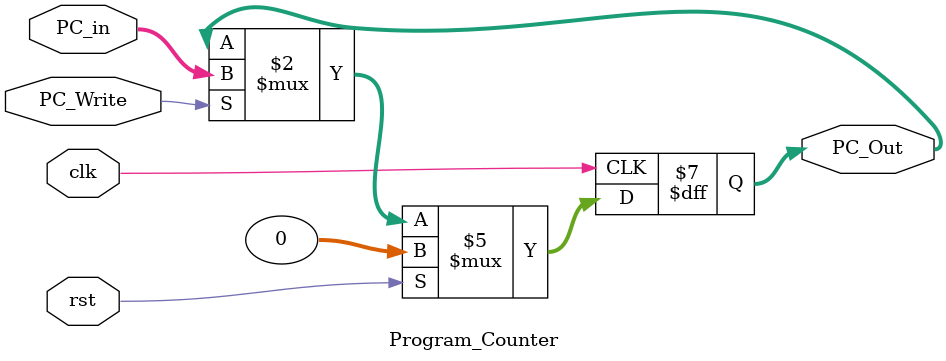
<source format=sv>
`timescale 1ns / 1ps

module Program_Counter(
    input  logic [31:0] PC_in,
    input  logic clk, 
    input  logic rst, 
    input  logic PC_Write,
    output logic [31:0] PC_Out
);

    // We use your working logic: Reset to 0
    always_ff @(posedge clk) begin
        if (rst) begin
            PC_Out <= 32'h0;
        end
        else if (PC_Write) begin
            PC_Out <= PC_in;
        end
    end

endmodule
</source>
